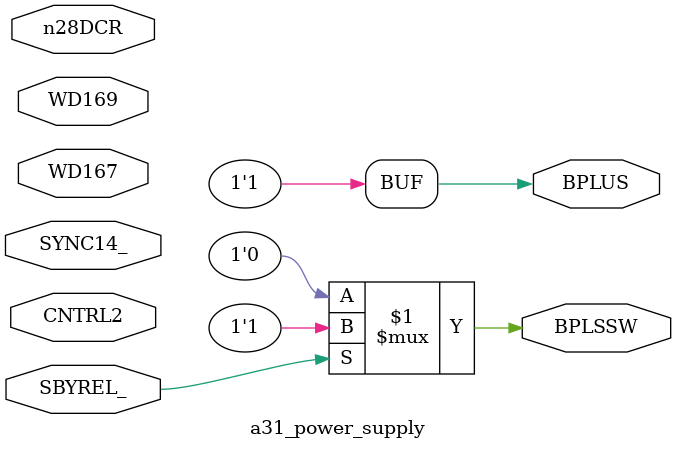
<source format=v>
`timescale 1ns / 1ps

module a31_power_supply(
    input wire WD167,   // Main bus A 28 volts
    
    input wire WD169,   // Other 28 volt input, not used
    input wire n28DCR,  // Other 28 volt input, not used
    
    input wire CNTRL2,  // Test equipment input for simulating power failure
    input wire SYNC14_, // Sync signal for voltage reference
    input wire SBYREL_, // Standy signal
    
    //output wire p28COM,
    output wire BPLUS,
    output wire BPLSSW
    );
    
    assign BPLUS = 1'b1;
    assign BPLSSW = SBYREL_ ? 1'b1 : 1'b0;
    //assign p28COM = WD167;
    
endmodule

</source>
